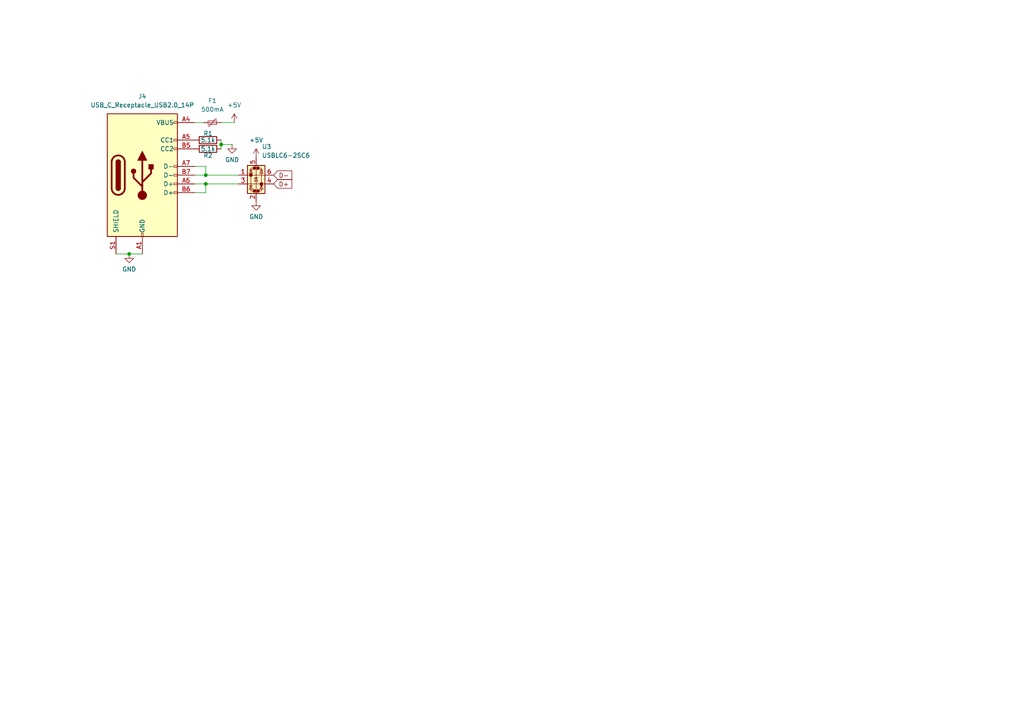
<source format=kicad_sch>
(kicad_sch (version 20250114) (generator "eeschema") (generator_version "9.0")
  (paper "A4")
  (lib_symbols
    (symbol "Connector:USB_C_Receptacle_USB2.0_14P" (pin_names (offset 1.016))
      (property "Reference" "J" (at 0 22.225 0))
      (property "Value" "USB_C_Receptacle_USB2.0_14P" (at 0 19.685 0))
      (symbol "USB_C_Receptacle_USB2.0_14P_0_0"
        (rectangle (start -0.254 -17.78) (end 0.254 -16.764))
        (rectangle (start 10.16 15.494) (end 9.144 14.986))
        (rectangle (start 10.16 10.414) (end 9.144 9.906))
        (rectangle (start 10.16 7.874) (end 9.144 7.366))
        (rectangle (start 10.16 2.794) (end 9.144 2.286))
        (rectangle (start 10.16 0.254) (end 9.144 -0.254))
        (rectangle (start 10.16 -2.286) (end 9.144 -2.794))
        (rectangle (start 10.16 -4.826) (end 9.144 -5.334))
      )
      (symbol "USB_C_Receptacle_USB2.0_14P_0_1"
        (rectangle (start -10.16 17.78) (end 10.16 -17.78) (stroke (width 0.254)) (fill (type background)))
        (polyline (pts (xy -8.89 -3.81) (xy -8.89 3.81)) (stroke (width 0.508)))
        (rectangle (start -7.62 -3.81) (end -6.35 3.81) (stroke (width 0.254)) (fill (type outline)))
        (arc (start -7.62 3.81) (mid -6.985 4.4423) (end -6.35 3.81) (stroke (width 0.254)))
        (arc (start -7.62 3.81) (mid -6.985 4.4423) (end -6.35 3.81) (stroke (width 0.254)) (fill (type outline)))
        (arc (start -8.89 3.81) (mid -6.985 5.7067) (end -5.08 3.81) (stroke (width 0.508)))
        (arc (start -5.08 -3.81) (mid -6.985 -5.7067) (end -8.89 -3.81) (stroke (width 0.508)))
        (arc (start -6.35 -3.81) (mid -6.985 -4.4423) (end -7.62 -3.81) (stroke (width 0.254)))
        (arc (start -6.35 -3.81) (mid -6.985 -4.4423) (end -7.62 -3.81) (stroke (width 0.254)) (fill (type outline)))
        (polyline (pts (xy -5.08 3.81) (xy -5.08 -3.81)) (stroke (width 0.508)))
        (circle (center -2.54 1.143) (radius 0.635) (stroke (width 0.254)) (fill (type outline)))
        (polyline (pts (xy -1.27 4.318) (xy 0 6.858) (xy 1.27 4.318) (xy -1.27 4.318)) (stroke (width 0.254)) (fill (type outline)))
        (polyline (pts (xy 0 -2.032) (xy 2.54 0.508) (xy 2.54 1.778)) (stroke (width 0.508)))
        (polyline (pts (xy 0 -3.302) (xy -2.54 -0.762) (xy -2.54 0.508)) (stroke (width 0.508)))
        (polyline (pts (xy 0 -5.842) (xy 0 4.318)) (stroke (width 0.508)))
        (circle (center 0 -5.842) (radius 1.27) (fill (type outline)))
        (rectangle (start 1.905 1.778) (end 3.175 3.048) (stroke (width 0.254)) (fill (type outline)))
      )
      (symbol "USB_C_Receptacle_USB2.0_14P_1_1"
        (pin passive line (at -7.62 -22.86 90) (length 5.08) (name "SHIELD") (number "S1"))
        (pin passive line (at 0 -22.86 90) (length 5.08) (name "GND") (number "A1"))
        (pin passive line (at 0 -22.86 90) (length 5.08) (hide yes) (name "GND") (number "A12"))
        (pin passive line (at 0 -22.86 90) (length 5.08) (hide yes) (name "GND") (number "B1"))
        (pin passive line (at 0 -22.86 90) (length 5.08) (hide yes) (name "GND") (number "B12"))
        (pin passive line (at 15.24 15.24 180) (length 5.08) (name "VBUS") (number "A4"))
        (pin passive line (at 15.24 15.24 180) (length 5.08) (hide yes) (name "VBUS") (number "A9"))
        (pin passive line (at 15.24 15.24 180) (length 5.08) (hide yes) (name "VBUS") (number "B4"))
        (pin passive line (at 15.24 15.24 180) (length 5.08) (hide yes) (name "VBUS") (number "B9"))
        (pin bidirectional line (at 15.24 10.16 180) (length 5.08) (name "CC1") (number "A5"))
        (pin bidirectional line (at 15.24 7.62 180) (length 5.08) (name "CC2") (number "B5"))
        (pin bidirectional line (at 15.24 2.54 180) (length 5.08) (name "D-") (number "A7"))
        (pin bidirectional line (at 15.24 0 180) (length 5.08) (name "D-") (number "B7"))
        (pin bidirectional line (at 15.24 -2.54 180) (length 5.08) (name "D+") (number "A6"))
        (pin bidirectional line (at 15.24 -5.08 180) (length 5.08) (name "D+") (number "B6"))
      )
    )
    (symbol "Device:Polyfuse_Small" (pin_numbers (hide yes)) (pin_names (offset 0))
      (property "Reference" "F" (at -1.905 0 90))
      (property "Value" "Polyfuse_Small" (at 1.905 0 90))
      (symbol "Polyfuse_Small_0_1"
        (polyline (pts (xy -1.016 1.27) (xy -1.016 0.762) (xy 1.016 -0.762) (xy 1.016 -1.27)))
        (rectangle (start -0.508 1.27) (end 0.508 -1.27))
        (polyline (pts (xy 0 2.54) (xy 0 -2.54)))
      )
      (symbol "Polyfuse_Small_1_1"
        (pin passive line (at 0 2.54 270) (length 0.635) (name "~") (number "1"))
        (pin passive line (at 0 -2.54 90) (length 0.635) (name "~") (number "2"))
      )
    )
    (symbol "Device:R" (pin_numbers (hide yes)) (pin_names (offset 0))
      (property "Reference" "R" (at 2.032 0 90))
      (property "Value" "R" (at 0 0 90))
      (symbol "R_0_1"
        (rectangle (start -1.016 -2.54) (end 1.016 2.54) (stroke (width 0.254)))
      )
      (symbol "R_1_1"
        (pin passive line (at 0 3.81 270) (length 1.27) (name "~") (number "1"))
        (pin passive line (at 0 -3.81 90) (length 1.27) (name "~") (number "2"))
      )
    )
    (symbol "Power_Protection:USBLC6-2SC6" (pin_names (hide yes))
      (property "Reference" "U" (at 0.635 5.715 0))
      (property "Value" "USBLC6-2SC6" (at 0.635 3.81 0))
      (symbol "USBLC6-2SC6_0_0"
        (circle (center -1.524 0) (radius 0.0001) (stroke (width 0.508)))
        (circle (center -0.508 2.032) (radius 0.0001) (stroke (width 0.508)))
        (circle (center -0.508 -4.572) (radius 0.0001) (stroke (width 0.508)))
        (circle (center 0.508 2.032) (radius 0.0001) (stroke (width 0.508)))
        (circle (center 0.508 -4.572) (radius 0.0001) (stroke (width 0.508)))
        (circle (center 1.524 -2.54) (radius 0.0001) (stroke (width 0.508)))
      )
      (symbol "USBLC6-2SC6_0_1"
        (polyline (pts (xy -2.54 0) (xy 2.54 0)))
        (polyline (pts (xy -2.54 -2.54) (xy 2.54 -2.54)))
        (polyline (pts (xy -2.032 0.508) (xy -1.016 0.508) (xy -1.524 1.524) (xy -2.032 0.508)))
        (polyline (pts (xy -2.032 -3.048) (xy -1.016 -3.048)))
        (polyline (pts (xy -1.016 1.524) (xy -2.032 1.524)))
        (polyline (pts (xy -1.016 -4.064) (xy -2.032 -4.064) (xy -1.524 -3.048) (xy -1.016 -4.064)))
        (polyline (pts (xy -0.508 -1.143) (xy -0.508 -0.762) (xy 0.508 -0.762)))
        (polyline (pts (xy 0 2.54) (xy -0.508 2.032) (xy 0.508 2.032) (xy 0 1.524) (xy 0 -4.064) (xy -0.508 -4.572) (xy 0.508 -4.572) (xy 0 -5.08)))
        (polyline (pts (xy 0.508 -1.778) (xy -0.508 -1.778) (xy 0 -0.762) (xy 0.508 -1.778)))
        (polyline (pts (xy 1.016 1.524) (xy 2.032 1.524)))
        (polyline (pts (xy 1.016 -3.048) (xy 2.032 -3.048)))
        (polyline (pts (xy 2.032 0.508) (xy 1.016 0.508) (xy 1.524 1.524) (xy 2.032 0.508)))
        (polyline (pts (xy 2.032 -4.064) (xy 1.016 -4.064) (xy 1.524 -3.048) (xy 2.032 -4.064)))
      )
      (symbol "USBLC6-2SC6_1_1"
        (rectangle (start -2.54 2.794) (end 2.54 -5.334) (stroke (width 0.254)) (fill (type background)))
        (polyline (pts (xy -0.508 2.032) (xy -1.524 2.032) (xy -1.524 -4.572) (xy -0.508 -4.572)))
        (polyline (pts (xy 0.508 -4.572) (xy 1.524 -4.572) (xy 1.524 2.032) (xy 0.508 2.032)))
        (pin passive line (at -5.08 0 0) (length 2.54) (name "I/O1") (number "1"))
        (pin passive line (at -5.08 -2.54 0) (length 2.54) (name "I/O2") (number "3"))
        (pin passive line (at 0 5.08 270) (length 2.54) (name "VBUS") (number "5"))
        (pin passive line (at 0 -7.62 90) (length 2.54) (name "GND") (number "2"))
        (pin passive line (at 5.08 0 180) (length 2.54) (name "I/O1") (number "6"))
        (pin passive line (at 5.08 -2.54 180) (length 2.54) (name "I/O2") (number "4"))
      )
    )
    (symbol "power:+5V" (power) (pin_numbers (hide yes)) (pin_names (offset 0) (hide yes))
      (property "Value" "+5V" (at 0 3.556 0))
      (symbol "+5V_0_1"
        (polyline (pts (xy -0.762 1.27) (xy 0 2.54)))
        (polyline (pts (xy 0 2.54) (xy 0.762 1.27)))
        (polyline (pts (xy 0 0) (xy 0 2.54)))
      )
      (symbol "+5V_1_1"
        (pin power_in line (at 0 0 90) (length 0) (name "~") (number "1"))
      )
    )
    (symbol "power:GND" (power) (pin_numbers (hide yes)) (pin_names (offset 0) (hide yes))
      (property "Value" "GND" (at 0 -3.81 0))
      (symbol "GND_0_1"
        (polyline (pts (xy 0 0) (xy 0 -1.27) (xy 1.27 -1.27) (xy 0 -2.54) (xy -1.27 -1.27) (xy 0 -1.27)))
      )
      (symbol "GND_1_1"
        (pin power_in line (at 0 0 270) (length 0) (name "~") (number "1"))
      )
    )
  )
  (junction (at 37.465 73.66))
  (junction (at 59.69 53.34))
  (junction (at 64.135 41.91))
  (junction (at 59.69 50.8))
  (wire (pts (xy 37.465 73.66) (xy 41.275 73.66)))
  (wire (pts (xy 67.31 41.91) (xy 64.135 41.91)))
  (wire (pts (xy 59.69 50.8) (xy 69.215 50.8)))
  (wire (pts (xy 59.69 55.88) (xy 59.69 53.34)))
  (wire (pts (xy 56.515 53.34) (xy 59.69 53.34)))
  (wire (pts (xy 64.135 41.91) (xy 64.135 40.64)))
  (wire (pts (xy 59.69 50.8) (xy 59.69 48.26)))
  (wire (pts (xy 64.135 35.56) (xy 67.945 35.56)))
  (wire (pts (xy 64.135 41.91) (xy 64.135 43.18)))
  (wire (pts (xy 56.515 50.8) (xy 59.69 50.8)))
  (wire (pts (xy 33.655 73.66) (xy 37.465 73.66)))
  (wire (pts (xy 56.515 55.88) (xy 59.69 55.88)))
  (wire (pts (xy 59.69 48.26) (xy 56.515 48.26)))
  (wire (pts (xy 56.515 35.56) (xy 59.055 35.56)))
  (wire (pts (xy 59.69 53.34) (xy 69.215 53.34)))
  (global_label "D+" (shape input) (at 79.375 53.34 0) (property "Intersheetrefs" "${INTERSHEET_REFS}" (effects (hide yes))))
  (global_label "D-" (shape input) (at 79.375 50.8 0) (property "Intersheetrefs" "${INTERSHEET_REFS}" (effects (hide yes))))
  (symbol (lib_id "power:GND") (at 37.465 73.66 0) (unit 1)
    (property "Reference" "#PWR023" (effects (hide yes)))
    (property "Value" "GND" (at 37.465 78.105 0))
    (property "Description" "Power symbol creates a global label with name \"GND\" , ground" (effects (hide yes)))
  )
  (symbol (lib_id "Device:Polyfuse_Small") (at 61.595 35.56 90) (unit 1)
    (property "Reference" "F1" (at 61.595 29.21 90))
    (property "Value" "500mA" (at 61.595 31.75 90))
    (property "Footprint" "Fuse:Fuse_0805_2012Metric" (effects (hide yes)))
    (property "Description" "Resettable fuse, polymeric positive temperature coefficient, small symbol" (effects (hide yes)))
  )
  (symbol (lib_id "power:GND") (at 67.31 41.91 0) (unit 1)
    (property "Reference" "#PWR021" (effects (hide yes)))
    (property "Value" "GND" (at 67.31 46.355 0))
    (property "Description" "Power symbol creates a global label with name \"GND\" , ground" (effects (hide yes)))
  )
  (symbol (lib_id "Power_Protection:USBLC6-2SC6") (at 74.295 50.8 0) (unit 1)
    (property "Reference" "U3" (at 75.9461 42.545 0) (effects (justify left)))
    (property "Value" "USBLC6-2SC6" (at 75.9461 45.085 0) (effects (justify left)))
    (property "Footprint" "Package_TO_SOT_SMD:SOT-23-6" (effects (hide yes)))
    (property "Datasheet" "https://www.st.com/resource/en/datasheet/usblc6-2.pdf" (effects (hide yes)))
    (property "Description" "Very low capacitance ESD protection diode, 2 data-line, SOT-23-6" (effects (hide yes)))
  )
  (symbol (lib_id "Device:R") (at 60.325 40.64 90) (unit 1)
    (property "Reference" "R1" (at 60.325 38.735 90))
    (property "Value" "5.1k" (at 60.325 40.64 90))
    (property "Footprint" "Resistor_SMD:R_0603_1608Metric" (effects (hide yes)))
    (property "Description" "Resistor" (effects (hide yes)))
  )
  (symbol (lib_id "power:+5V") (at 67.945 35.56 0) (unit 1)
    (property "Reference" "#PWR020" (effects (hide yes)))
    (property "Value" "+5V" (at 67.945 30.48 0))
    (property "Description" "Power symbol creates a global label with name \"+5V\"" (effects (hide yes)))
  )
  (symbol (lib_id "power:+5V") (at 74.295 45.72 0) (unit 1)
    (property "Reference" "#PWR022" (effects (hide yes)))
    (property "Value" "+5V" (at 74.295 40.64 0))
    (property "Description" "Power symbol creates a global label with name \"+5V\"" (effects (hide yes)))
  )
  (symbol (lib_id "Connector:USB_C_Receptacle_USB2.0_14P") (at 41.275 50.8 0) (unit 1)
    (property "Reference" "J4" (at 41.275 27.94 0))
    (property "Value" "USB_C_Receptacle_USB2.0_14P" (at 41.275 30.48 0))
    (property "Footprint" "Connector_USB:USB_C_Receptacle_G-Switch_GT-USB-7010ASV" (effects (hide yes)))
    (property "Datasheet" "https://www.usb.org/sites/default/files/documents/usb_type-c.zip" (effects (hide yes)))
    (property "Description" "USB 2.0-only 14P Type-C Receptacle connector" (effects (hide yes)))
  )
  (symbol (lib_id "Device:R") (at 60.325 43.18 270) (unit 1)
    (property "Reference" "R2" (at 60.325 45.085 90))
    (property "Value" "5.1k" (at 60.325 43.18 90))
    (property "Footprint" "Resistor_SMD:R_0603_1608Metric" (effects (hide yes)))
    (property "Description" "Resistor" (effects (hide yes)))
  )
  (symbol (lib_id "power:GND") (at 74.295 58.42 0) (unit 1)
    (property "Reference" "#PWR024" (effects (hide yes)))
    (property "Value" "GND" (at 74.295 62.865 0))
    (property "Description" "Power symbol creates a global label with name \"GND\" , ground" (effects (hide yes)))
  )
)
</source>
